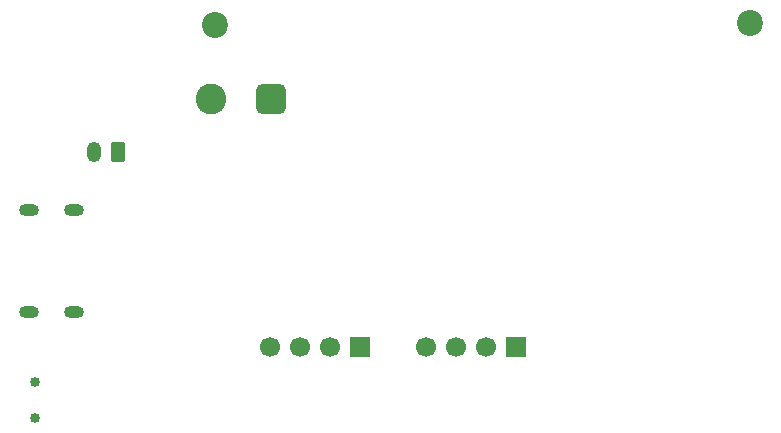
<source format=gbr>
%TF.GenerationSoftware,KiCad,Pcbnew,9.0.2*%
%TF.CreationDate,2025-06-26T16:23:08+02:00*%
%TF.ProjectId,button-rounded,62757474-6f6e-42d7-926f-756e6465642e,rev?*%
%TF.SameCoordinates,Original*%
%TF.FileFunction,Soldermask,Bot*%
%TF.FilePolarity,Negative*%
%FSLAX46Y46*%
G04 Gerber Fmt 4.6, Leading zero omitted, Abs format (unit mm)*
G04 Created by KiCad (PCBNEW 9.0.2) date 2025-06-26 16:23:08*
%MOMM*%
%LPD*%
G01*
G04 APERTURE LIST*
G04 Aperture macros list*
%AMRoundRect*
0 Rectangle with rounded corners*
0 $1 Rounding radius*
0 $2 $3 $4 $5 $6 $7 $8 $9 X,Y pos of 4 corners*
0 Add a 4 corners polygon primitive as box body*
4,1,4,$2,$3,$4,$5,$6,$7,$8,$9,$2,$3,0*
0 Add four circle primitives for the rounded corners*
1,1,$1+$1,$2,$3*
1,1,$1+$1,$4,$5*
1,1,$1+$1,$6,$7*
1,1,$1+$1,$8,$9*
0 Add four rect primitives between the rounded corners*
20,1,$1+$1,$2,$3,$4,$5,0*
20,1,$1+$1,$4,$5,$6,$7,0*
20,1,$1+$1,$6,$7,$8,$9,0*
20,1,$1+$1,$8,$9,$2,$3,0*%
G04 Aperture macros list end*
%ADD10C,2.200000*%
%ADD11O,1.700000X1.000000*%
%ADD12R,1.700000X1.700000*%
%ADD13C,1.700000*%
%ADD14RoundRect,0.650000X0.650000X0.650000X-0.650000X0.650000X-0.650000X-0.650000X0.650000X-0.650000X0*%
%ADD15C,2.600000*%
%ADD16RoundRect,0.250000X0.350000X0.625000X-0.350000X0.625000X-0.350000X-0.625000X0.350000X-0.625000X0*%
%ADD17O,1.200000X1.750000*%
%ADD18C,0.850000*%
G04 APERTURE END LIST*
D10*
%TO.C,H2*%
X200000000Y-97750000D03*
%TD*%
D11*
%TO.C,J1*%
X188000000Y-113380000D03*
X184200000Y-113380000D03*
X188000000Y-122020000D03*
X184200000Y-122020000D03*
%TD*%
D12*
%TO.C,J2*%
X212250000Y-125000000D03*
D13*
X209710000Y-125000000D03*
X207170000Y-125000000D03*
X204630000Y-125000000D03*
%TD*%
D14*
%TO.C,TH1*%
X204750000Y-104000000D03*
D15*
X199670000Y-104000000D03*
%TD*%
D16*
%TO.C,BT1*%
X191750000Y-108500000D03*
D17*
X189750000Y-108500000D03*
%TD*%
D12*
%TO.C,J3*%
X225500000Y-125000000D03*
D13*
X222960000Y-125000000D03*
X220420000Y-125000000D03*
X217880000Y-125000000D03*
%TD*%
D18*
%TO.C,SW2*%
X184750000Y-131000000D03*
X184750000Y-128000000D03*
%TD*%
D10*
%TO.C,H1*%
X245250000Y-97600000D03*
%TD*%
M02*

</source>
